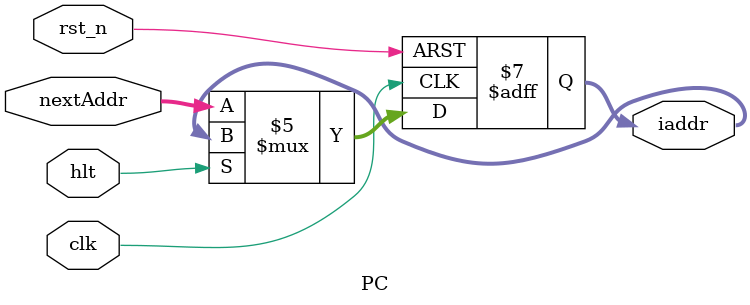
<source format=v>
module PC(clk, rst_n, hlt, iaddr, nextAddr);
  
	input [15:0] nextAddr;
  input clk, rst_n, hlt;
  output reg [15:0] iaddr;

  always @(posedge clk or negedge rst_n)
    if(!rst_n)
      iaddr <= 16'h0000;
    else if (!hlt)
      iaddr <= nextAddr;
	 	else
			iaddr <= iaddr;
endmodule  
</source>
